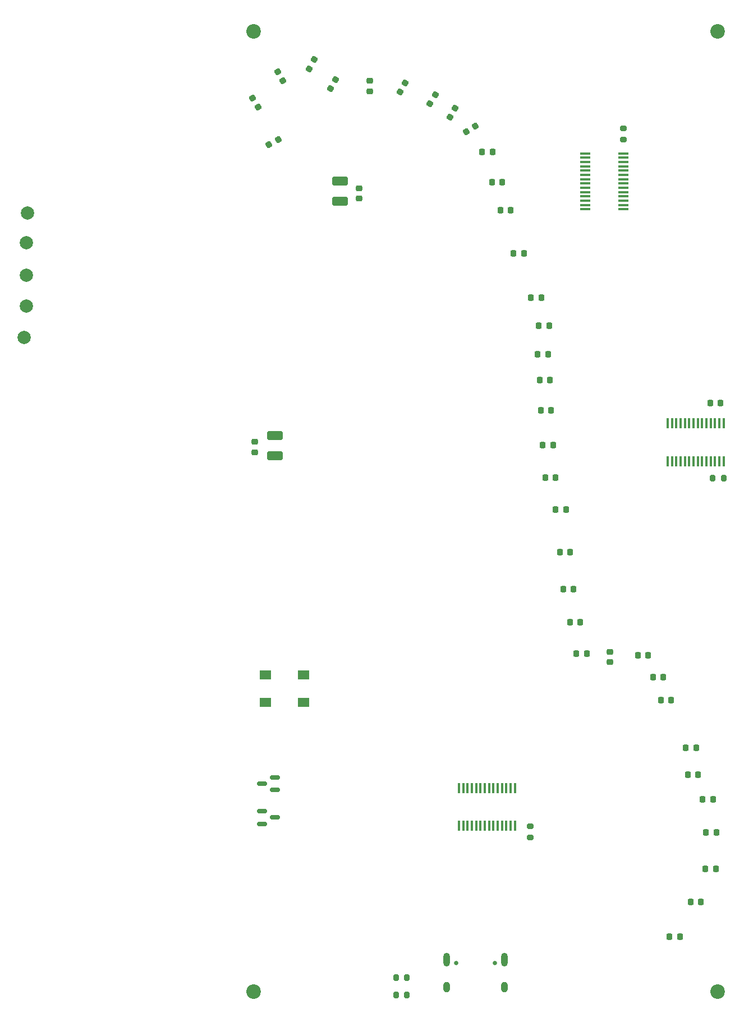
<source format=gbr>
%TF.GenerationSoftware,KiCad,Pcbnew,9.0.0*%
%TF.CreationDate,2025-04-18T09:14:46-04:00*%
%TF.ProjectId,where_is_my_ion,77686572-655f-4697-935f-6d795f696f6e,rev?*%
%TF.SameCoordinates,Original*%
%TF.FileFunction,Soldermask,Bot*%
%TF.FilePolarity,Negative*%
%FSLAX46Y46*%
G04 Gerber Fmt 4.6, Leading zero omitted, Abs format (unit mm)*
G04 Created by KiCad (PCBNEW 9.0.0) date 2025-04-18 09:14:46*
%MOMM*%
%LPD*%
G01*
G04 APERTURE LIST*
G04 Aperture macros list*
%AMRoundRect*
0 Rectangle with rounded corners*
0 $1 Rounding radius*
0 $2 $3 $4 $5 $6 $7 $8 $9 X,Y pos of 4 corners*
0 Add a 4 corners polygon primitive as box body*
4,1,4,$2,$3,$4,$5,$6,$7,$8,$9,$2,$3,0*
0 Add four circle primitives for the rounded corners*
1,1,$1+$1,$2,$3*
1,1,$1+$1,$4,$5*
1,1,$1+$1,$6,$7*
1,1,$1+$1,$8,$9*
0 Add four rect primitives between the rounded corners*
20,1,$1+$1,$2,$3,$4,$5,0*
20,1,$1+$1,$4,$5,$6,$7,0*
20,1,$1+$1,$6,$7,$8,$9,0*
20,1,$1+$1,$8,$9,$2,$3,0*%
G04 Aperture macros list end*
%ADD10C,2.200000*%
%ADD11C,0.650000*%
%ADD12O,1.000000X2.100000*%
%ADD13O,1.000000X1.600000*%
%ADD14RoundRect,0.218750X-0.218750X-0.256250X0.218750X-0.256250X0.218750X0.256250X-0.218750X0.256250X0*%
%ADD15RoundRect,0.218750X0.218750X0.256250X-0.218750X0.256250X-0.218750X-0.256250X0.218750X-0.256250X0*%
%ADD16R,1.800000X1.350000*%
%ADD17RoundRect,0.051250X0.153750X-0.733750X0.153750X0.733750X-0.153750X0.733750X-0.153750X-0.733750X0*%
%ADD18RoundRect,0.218750X0.331294X-0.061318X0.112544X0.317568X-0.331294X0.061318X-0.112544X-0.317568X0*%
%ADD19C,2.000000*%
%ADD20RoundRect,0.150000X0.587500X0.150000X-0.587500X0.150000X-0.587500X-0.150000X0.587500X-0.150000X0*%
%ADD21RoundRect,0.218750X0.256250X-0.218750X0.256250X0.218750X-0.256250X0.218750X-0.256250X-0.218750X0*%
%ADD22RoundRect,0.218750X0.061318X0.331294X-0.317568X0.112544X-0.061318X-0.331294X0.317568X-0.112544X0*%
%ADD23RoundRect,0.200000X0.275000X-0.200000X0.275000X0.200000X-0.275000X0.200000X-0.275000X-0.200000X0*%
%ADD24RoundRect,0.218750X0.112544X-0.317568X0.331294X0.061318X-0.112544X0.317568X-0.331294X-0.061318X0*%
%ADD25RoundRect,0.200000X0.200000X0.275000X-0.200000X0.275000X-0.200000X-0.275000X0.200000X-0.275000X0*%
%ADD26RoundRect,0.250000X0.925000X-0.412500X0.925000X0.412500X-0.925000X0.412500X-0.925000X-0.412500X0*%
%ADD27RoundRect,0.225000X0.250000X-0.225000X0.250000X0.225000X-0.250000X0.225000X-0.250000X-0.225000X0*%
%ADD28RoundRect,0.218750X-0.061318X-0.331294X0.317568X-0.112544X0.061318X0.331294X-0.317568X0.112544X0*%
%ADD29RoundRect,0.150000X-0.587500X-0.150000X0.587500X-0.150000X0.587500X0.150000X-0.587500X0.150000X0*%
%ADD30RoundRect,0.051250X0.733750X0.153750X-0.733750X0.153750X-0.733750X-0.153750X0.733750X-0.153750X0*%
%ADD31RoundRect,0.225000X0.225000X0.250000X-0.225000X0.250000X-0.225000X-0.250000X0.225000X-0.250000X0*%
%ADD32RoundRect,0.200000X-0.275000X0.200000X-0.275000X-0.200000X0.275000X-0.200000X0.275000X0.200000X0*%
%ADD33RoundRect,0.218750X-0.256250X0.218750X-0.256250X-0.218750X0.256250X-0.218750X0.256250X0.218750X0*%
G04 APERTURE END LIST*
D10*
%TO.C,H3*%
X104500000Y-162750000D03*
%TD*%
%TO.C,H2*%
X174500000Y-17750000D03*
%TD*%
D11*
%TO.C,J1*%
X135090000Y-158500000D03*
X140870000Y-158500000D03*
D12*
X133660000Y-157970000D03*
D13*
X133660000Y-162150000D03*
D12*
X142300000Y-157970000D03*
D13*
X142300000Y-162150000D03*
%TD*%
D10*
%TO.C,H4*%
X174500000Y-162750000D03*
%TD*%
%TO.C,H1*%
X104500000Y-17750000D03*
%TD*%
D14*
%TO.C,D26*%
X169712500Y-126000000D03*
X171287500Y-126000000D03*
%TD*%
%TO.C,D30*%
X172675000Y-144250000D03*
X174250000Y-144250000D03*
%TD*%
D15*
%TO.C,D45*%
X154787500Y-111750000D03*
X153212500Y-111750000D03*
%TD*%
D16*
%TO.C,SW1*%
X112000000Y-114925000D03*
X112000000Y-119075000D03*
%TD*%
D17*
%TO.C,U5*%
X175425000Y-82715000D03*
X174775000Y-82715000D03*
X174125000Y-82715000D03*
X173475000Y-82715000D03*
X172825000Y-82715000D03*
X172175000Y-82715000D03*
X171525000Y-82715000D03*
X170875000Y-82715000D03*
X170225000Y-82715000D03*
X169575000Y-82715000D03*
X168925000Y-82715000D03*
X168275000Y-82715000D03*
X167625000Y-82715000D03*
X166975000Y-82715000D03*
X166975000Y-76975000D03*
X167625000Y-76975000D03*
X168275000Y-76975000D03*
X168925000Y-76975000D03*
X169575000Y-76975000D03*
X170225000Y-76975000D03*
X170875000Y-76975000D03*
X171525000Y-76975000D03*
X172175000Y-76975000D03*
X172825000Y-76975000D03*
X173475000Y-76975000D03*
X174125000Y-76975000D03*
X174775000Y-76975000D03*
X175425000Y-76975000D03*
%TD*%
D18*
%TO.C,D78*%
X108893750Y-25219495D03*
X108106250Y-23855505D03*
%TD*%
D15*
%TO.C,D63*%
X150087500Y-85150000D03*
X148512500Y-85150000D03*
%TD*%
D19*
%TO.C,TP2*%
X70200000Y-59200000D03*
%TD*%
D15*
%TO.C,D61*%
X149387500Y-75000000D03*
X147812500Y-75000000D03*
%TD*%
%TO.C,D41*%
X151637500Y-89950000D03*
X150062500Y-89950000D03*
%TD*%
D20*
%TO.C,Q1*%
X107675000Y-130450000D03*
X107675000Y-132350000D03*
X105800000Y-131400000D03*
%TD*%
D21*
%TO.C,D64*%
X122000000Y-26787500D03*
X122000000Y-25212500D03*
%TD*%
D22*
%TO.C,D76*%
X108181995Y-34106250D03*
X106818005Y-34893750D03*
%TD*%
D23*
%TO.C,R7*%
X160250000Y-34075000D03*
X160250000Y-32425000D03*
%TD*%
D14*
%TO.C,D28*%
X172250000Y-133750000D03*
X173825000Y-133750000D03*
%TD*%
%TO.C,D25*%
X165925000Y-118750000D03*
X167500000Y-118750000D03*
%TD*%
D19*
%TO.C,TP1*%
X69900000Y-64000000D03*
%TD*%
D15*
%TO.C,D42*%
X152287500Y-96400000D03*
X150712500Y-96400000D03*
%TD*%
D24*
%TO.C,D80*%
X116106250Y-26431995D03*
X116893750Y-25068005D03*
%TD*%
D25*
%TO.C,R12*%
X175425000Y-85250000D03*
X173775000Y-85250000D03*
%TD*%
D26*
%TO.C,C8*%
X107700000Y-81837500D03*
X107700000Y-78762500D03*
%TD*%
%TO.C,C15*%
X117505000Y-43437500D03*
X117505000Y-40362500D03*
%TD*%
D15*
%TO.C,D57*%
X147937500Y-57950000D03*
X146362500Y-57950000D03*
%TD*%
D27*
%TO.C,C7*%
X104700000Y-81300000D03*
X104700000Y-79750000D03*
%TD*%
D15*
%TO.C,D56*%
X145287500Y-51250000D03*
X143712500Y-51250000D03*
%TD*%
D28*
%TO.C,D68*%
X136568005Y-32893750D03*
X137931995Y-32106250D03*
%TD*%
D29*
%TO.C,Q2*%
X105800000Y-137450000D03*
X105800000Y-135550000D03*
X107675000Y-136500000D03*
%TD*%
D27*
%TO.C,C14*%
X120375000Y-43025000D03*
X120375000Y-41475000D03*
%TD*%
D30*
%TO.C,U2*%
X160315000Y-36175000D03*
X160315000Y-36825000D03*
X160315000Y-37475000D03*
X160315000Y-38125000D03*
X160315000Y-38775000D03*
X160315000Y-39425000D03*
X160315000Y-40075000D03*
X160315000Y-40725000D03*
X160315000Y-41375000D03*
X160315000Y-42025000D03*
X160315000Y-42675000D03*
X160315000Y-43325000D03*
X160315000Y-43975000D03*
X160315000Y-44625000D03*
X154575000Y-44625000D03*
X154575000Y-43975000D03*
X154575000Y-43325000D03*
X154575000Y-42675000D03*
X154575000Y-42025000D03*
X154575000Y-41375000D03*
X154575000Y-40725000D03*
X154575000Y-40075000D03*
X154575000Y-39425000D03*
X154575000Y-38775000D03*
X154575000Y-38125000D03*
X154575000Y-37475000D03*
X154575000Y-36825000D03*
X154575000Y-36175000D03*
%TD*%
D14*
%TO.C,D29*%
X172750000Y-138750000D03*
X174325000Y-138750000D03*
%TD*%
%TO.C,D70*%
X140462500Y-40500000D03*
X142037500Y-40500000D03*
%TD*%
D15*
%TO.C,D43*%
X152787500Y-102000000D03*
X151212500Y-102000000D03*
%TD*%
D31*
%TO.C,C9*%
X174925000Y-73850000D03*
X173375000Y-73850000D03*
%TD*%
D19*
%TO.C,TP4*%
X70200000Y-49700000D03*
%TD*%
D14*
%TO.C,D32*%
X167250000Y-154500000D03*
X168825000Y-154500000D03*
%TD*%
%TO.C,D27*%
X170000000Y-130000000D03*
X171575000Y-130000000D03*
%TD*%
D15*
%TO.C,D58*%
X149087500Y-62200000D03*
X147512500Y-62200000D03*
%TD*%
D18*
%TO.C,D77*%
X105143750Y-29181995D03*
X104356250Y-27818005D03*
%TD*%
D15*
%TO.C,D44*%
X153787500Y-107000000D03*
X152212500Y-107000000D03*
%TD*%
D19*
%TO.C,TP3*%
X70200000Y-54600000D03*
%TD*%
D15*
%TO.C,D46*%
X164037500Y-112000000D03*
X162462500Y-112000000D03*
%TD*%
D25*
%TO.C,R11*%
X127625000Y-163300000D03*
X125975000Y-163300000D03*
%TD*%
D14*
%TO.C,D71*%
X141712500Y-44750000D03*
X143287500Y-44750000D03*
%TD*%
D32*
%TO.C,R8*%
X146250000Y-137850000D03*
X146250000Y-139500000D03*
%TD*%
D15*
%TO.C,D59*%
X148937500Y-66500000D03*
X147362500Y-66500000D03*
%TD*%
%TO.C,D60*%
X149237500Y-70450000D03*
X147662500Y-70450000D03*
%TD*%
D24*
%TO.C,D79*%
X112856250Y-23394495D03*
X113643750Y-22030505D03*
%TD*%
D15*
%TO.C,D62*%
X149687500Y-80200000D03*
X148112500Y-80200000D03*
%TD*%
D19*
%TO.C,TP5*%
X70400000Y-45200000D03*
%TD*%
D14*
%TO.C,D31*%
X170425000Y-149250000D03*
X172000000Y-149250000D03*
%TD*%
D17*
%TO.C,U3*%
X143925000Y-137770000D03*
X143275000Y-137770000D03*
X142625000Y-137770000D03*
X141975000Y-137770000D03*
X141325000Y-137770000D03*
X140675000Y-137770000D03*
X140025000Y-137770000D03*
X139375000Y-137770000D03*
X138725000Y-137770000D03*
X138075000Y-137770000D03*
X137425000Y-137770000D03*
X136775000Y-137770000D03*
X136125000Y-137770000D03*
X135475000Y-137770000D03*
X135475000Y-132030000D03*
X136125000Y-132030000D03*
X136775000Y-132030000D03*
X137425000Y-132030000D03*
X138075000Y-132030000D03*
X138725000Y-132030000D03*
X139375000Y-132030000D03*
X140025000Y-132030000D03*
X140675000Y-132030000D03*
X141325000Y-132030000D03*
X141975000Y-132030000D03*
X142625000Y-132030000D03*
X143275000Y-132030000D03*
X143925000Y-132030000D03*
%TD*%
D16*
%TO.C,SW4*%
X106250000Y-114925000D03*
X106250000Y-119075000D03*
%TD*%
D25*
%TO.C,R9*%
X127625000Y-160700000D03*
X125975000Y-160700000D03*
%TD*%
D24*
%TO.C,D66*%
X131106250Y-28681995D03*
X131893750Y-27318005D03*
%TD*%
%TO.C,D67*%
X134106250Y-30681995D03*
X134893750Y-29318005D03*
%TD*%
D33*
%TO.C,D47*%
X158250000Y-111462500D03*
X158250000Y-113037500D03*
%TD*%
D15*
%TO.C,D48*%
X166325000Y-115250000D03*
X164750000Y-115250000D03*
%TD*%
D14*
%TO.C,D69*%
X138962500Y-36000000D03*
X140537500Y-36000000D03*
%TD*%
D24*
%TO.C,D65*%
X126606250Y-26931995D03*
X127393750Y-25568005D03*
%TD*%
M02*

</source>
